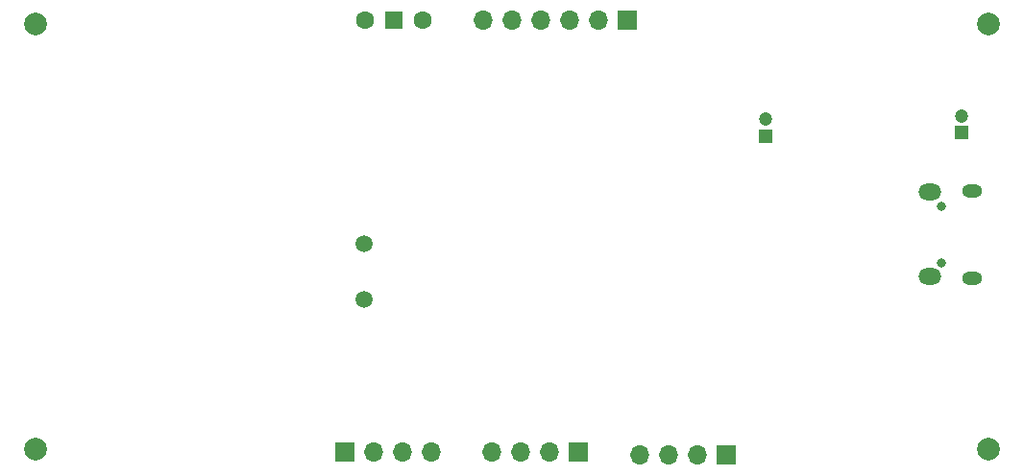
<source format=gbr>
%TF.GenerationSoftware,KiCad,Pcbnew,8.0.0*%
%TF.CreationDate,2024-09-22T18:34:52+02:00*%
%TF.ProjectId,imp_measure,696d705f-6d65-4617-9375-72652e6b6963,rev?*%
%TF.SameCoordinates,Original*%
%TF.FileFunction,Soldermask,Bot*%
%TF.FilePolarity,Negative*%
%FSLAX46Y46*%
G04 Gerber Fmt 4.6, Leading zero omitted, Abs format (unit mm)*
G04 Created by KiCad (PCBNEW 8.0.0) date 2024-09-22 18:34:52*
%MOMM*%
%LPD*%
G01*
G04 APERTURE LIST*
%ADD10C,1.500000*%
%ADD11R,1.700000X1.700000*%
%ADD12O,1.700000X1.700000*%
%ADD13O,0.800000X0.800000*%
%ADD14O,1.800000X1.150000*%
%ADD15O,2.000000X1.450000*%
%ADD16R,1.500000X1.500000*%
%ADD17C,1.600000*%
%ADD18R,1.200000X1.200000*%
%ADD19C,1.200000*%
%ADD20C,2.000000*%
G04 APERTURE END LIST*
D10*
%TO.C,Y1*%
X128900000Y-79400000D03*
X128900000Y-84280000D03*
%TD*%
D11*
%TO.C,J5*%
X127264000Y-97790000D03*
D12*
X129804000Y-97790000D03*
X132344000Y-97790000D03*
X134884000Y-97790000D03*
%TD*%
D13*
%TO.C,J2*%
X179820000Y-81100000D03*
X179820000Y-76100000D03*
D14*
X182570000Y-82475000D03*
D15*
X178770000Y-82325000D03*
X178770000Y-74875000D03*
D14*
X182570000Y-74725000D03*
%TD*%
D16*
%TO.C,SW1*%
X131560000Y-59700000D03*
D17*
X134100000Y-59700000D03*
X129020000Y-59700000D03*
%TD*%
D11*
%TO.C,J4*%
X152100000Y-59700000D03*
D12*
X149560000Y-59700000D03*
X147020000Y-59700000D03*
X144480000Y-59700000D03*
X141940000Y-59700000D03*
X139400000Y-59700000D03*
%TD*%
D18*
%TO.C,C20*%
X181600000Y-69622600D03*
D19*
X181600000Y-68122600D03*
%TD*%
D11*
%TO.C,J3*%
X147808000Y-97790000D03*
D12*
X145268000Y-97790000D03*
X142728000Y-97790000D03*
X140188000Y-97790000D03*
%TD*%
D20*
%TO.C,H3*%
X100000000Y-97500000D03*
%TD*%
%TO.C,H1*%
X100000000Y-60000000D03*
%TD*%
%TO.C,H4*%
X184000000Y-97500000D03*
%TD*%
%TO.C,H2*%
X184000000Y-60000000D03*
%TD*%
D11*
%TO.C,J1*%
X160889000Y-98044000D03*
D12*
X158349000Y-98044000D03*
X155809000Y-98044000D03*
X153269000Y-98044000D03*
%TD*%
D18*
%TO.C,C24*%
X164300000Y-69900000D03*
D19*
X164300000Y-68400000D03*
%TD*%
M02*

</source>
